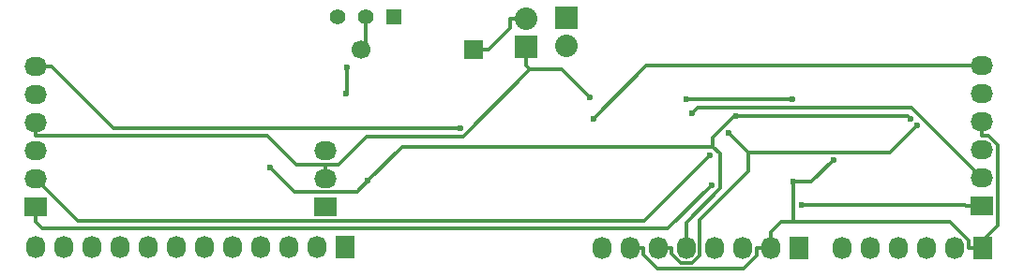
<source format=gbr>
G04 #@! TF.FileFunction,Copper,L2,Bot,Signal*
%FSLAX46Y46*%
G04 Gerber Fmt 4.6, Leading zero omitted, Abs format (unit mm)*
G04 Created by KiCad (PCBNEW 4.0.2-stable) date viernes, 29 '29e' abril '29e' 2016, 11:45:47*
%MOMM*%
G01*
G04 APERTURE LIST*
%ADD10C,0.100000*%
%ADD11R,2.032000X2.032000*%
%ADD12O,2.032000X2.032000*%
%ADD13R,2.032000X1.727200*%
%ADD14O,2.032000X1.727200*%
%ADD15R,1.727200X2.032000*%
%ADD16O,1.727200X2.032000*%
%ADD17R,1.397000X1.397000*%
%ADD18C,1.397000*%
%ADD19C,1.699260*%
%ADD20R,1.699260X1.699260*%
%ADD21C,0.600000*%
%ADD22C,0.300000*%
G04 APERTURE END LIST*
D10*
D11*
X171831000Y-75717400D03*
D12*
X171831000Y-73177400D03*
D13*
X127533000Y-90195400D03*
D14*
X127533000Y-87655400D03*
X127533000Y-85115400D03*
X127533000Y-82575400D03*
X127533000Y-80035400D03*
X127533000Y-77495400D03*
D11*
X175463000Y-73101200D03*
D12*
X175463000Y-75641200D03*
D13*
X212954000Y-90144600D03*
D14*
X212954000Y-87604600D03*
X212954000Y-85064600D03*
X212954000Y-82524600D03*
X212954000Y-79984600D03*
X212954000Y-77444600D03*
D15*
X155499000Y-93802200D03*
D16*
X152959000Y-93802200D03*
X150419000Y-93802200D03*
X147879000Y-93802200D03*
X145339000Y-93802200D03*
X142799000Y-93802200D03*
X140259000Y-93802200D03*
X137719000Y-93802200D03*
X135179000Y-93802200D03*
X132639000Y-93802200D03*
X130099000Y-93802200D03*
X127559000Y-93802200D03*
D13*
X153670000Y-90170000D03*
D14*
X153670000Y-87630000D03*
X153670000Y-85090000D03*
D15*
X196418000Y-93878400D03*
D16*
X193878000Y-93878400D03*
X191338000Y-93878400D03*
X188798000Y-93878400D03*
X186258000Y-93878400D03*
X183718000Y-93878400D03*
X181178000Y-93878400D03*
X178638000Y-93878400D03*
D15*
X213004000Y-93878400D03*
D16*
X210464000Y-93878400D03*
X207924000Y-93878400D03*
X205384000Y-93878400D03*
X202844000Y-93878400D03*
X200304000Y-93878400D03*
D17*
X159893000Y-72974200D03*
D18*
X157353000Y-72974200D03*
X154813000Y-72974200D03*
D19*
X156946480Y-75948540D03*
D20*
X167106480Y-75948540D03*
D21*
X199556500Y-85925700D03*
X177565000Y-80289100D03*
X195933800Y-87934000D03*
X188552200Y-88208000D03*
X188393100Y-85553000D03*
X165857600Y-83046800D03*
X196720500Y-90054600D03*
X186818700Y-81721800D03*
X177898100Y-82204100D03*
X157539500Y-87848700D03*
X148718200Y-86665500D03*
X190743200Y-82000500D03*
X206542300Y-82271500D03*
X207111700Y-82839700D03*
X190131300Y-83482900D03*
X155594000Y-79930400D03*
X155665500Y-77577700D03*
X186308800Y-80483700D03*
X195818400Y-80488900D03*
D22*
X195933800Y-87934000D02*
X197548200Y-87934000D01*
X197548200Y-87934000D02*
X199556500Y-85925700D01*
X193878000Y-93878400D02*
X193878000Y-92512100D01*
X192664100Y-94574000D02*
X192664100Y-93878400D01*
X191445200Y-95792900D02*
X192664100Y-94574000D01*
X183699400Y-95792900D02*
X191445200Y-95792900D01*
X182391900Y-94485400D02*
X183699400Y-95792900D01*
X182391900Y-93878400D02*
X182391900Y-94485400D01*
X181178000Y-93878400D02*
X182391900Y-93878400D01*
X193878000Y-93878400D02*
X192664100Y-93878400D01*
X171831000Y-75717400D02*
X171831000Y-77083700D01*
X194824900Y-91565200D02*
X195933800Y-91565200D01*
X193878000Y-92512100D02*
X194824900Y-91565200D01*
X195933800Y-91565200D02*
X195933800Y-87934000D01*
X211790100Y-93271500D02*
X211790100Y-93878400D01*
X210083800Y-91565200D02*
X211790100Y-93271500D01*
X195933800Y-91565200D02*
X210083800Y-91565200D01*
X213004000Y-93878400D02*
X212397100Y-93878400D01*
X212397100Y-93878400D02*
X211790100Y-93878400D01*
X213527500Y-83738500D02*
X212954000Y-83738500D01*
X214421300Y-84632300D02*
X213527500Y-83738500D01*
X214421300Y-91854200D02*
X214421300Y-84632300D01*
X212397100Y-93878400D02*
X214421300Y-91854200D01*
X212954000Y-82524600D02*
X212954000Y-83738500D01*
X153670000Y-87630000D02*
X153670000Y-86416100D01*
X154883900Y-86416100D02*
X153670000Y-86416100D01*
X157449000Y-83851000D02*
X154883900Y-86416100D01*
X166118600Y-83851000D02*
X157449000Y-83851000D01*
X172193900Y-77775700D02*
X166118600Y-83851000D01*
X175051600Y-77775700D02*
X172193900Y-77775700D01*
X177565000Y-80289100D02*
X175051600Y-77775700D01*
X171831000Y-77412800D02*
X171831000Y-77083700D01*
X172193900Y-77775700D02*
X171831000Y-77412800D01*
X151066500Y-86416100D02*
X153670000Y-86416100D01*
X148439700Y-83789300D02*
X151066500Y-86416100D01*
X127533000Y-83789300D02*
X148439700Y-83789300D01*
X127533000Y-82575400D02*
X127533000Y-83789300D01*
X128158800Y-92135100D02*
X127533000Y-91509300D01*
X184625100Y-92135100D02*
X128158800Y-92135100D01*
X188552200Y-88208000D02*
X184625100Y-92135100D01*
X127533000Y-90195400D02*
X127533000Y-91509300D01*
X131361600Y-91484000D02*
X127533000Y-87655400D01*
X182462100Y-91484000D02*
X131361600Y-91484000D01*
X188393100Y-85553000D02*
X182462100Y-91484000D01*
X127533000Y-77495400D02*
X128999300Y-77495400D01*
X134550700Y-83046800D02*
X128999300Y-77495400D01*
X165857600Y-83046800D02*
X134550700Y-83046800D01*
X211397700Y-90054600D02*
X196720500Y-90054600D01*
X211487700Y-90144600D02*
X211397700Y-90054600D01*
X212954000Y-90144600D02*
X211487700Y-90144600D01*
X206588900Y-81239500D02*
X212954000Y-87604600D01*
X187301000Y-81239500D02*
X206588900Y-81239500D01*
X186818700Y-81721800D02*
X187301000Y-81239500D01*
X212954000Y-77444600D02*
X211487700Y-77444600D01*
X182657600Y-77444600D02*
X211487700Y-77444600D01*
X177898100Y-82204100D02*
X182657600Y-77444600D01*
X156532200Y-88856000D02*
X157539500Y-87848700D01*
X150908700Y-88856000D02*
X156532200Y-88856000D01*
X148718200Y-86665500D02*
X150908700Y-88856000D01*
X160620500Y-84767700D02*
X188696300Y-84767700D01*
X157539500Y-87848700D02*
X160620500Y-84767700D01*
X186258000Y-91589000D02*
X186258000Y-93878400D01*
X189323900Y-88523100D02*
X186258000Y-91589000D01*
X189323900Y-85395300D02*
X189323900Y-88523100D01*
X188696300Y-84767700D02*
X189323900Y-85395300D01*
X190632100Y-82000500D02*
X190743200Y-82000500D01*
X188696300Y-83936300D02*
X190632100Y-82000500D01*
X188696300Y-84767700D02*
X188696300Y-83936300D01*
X206271300Y-82000500D02*
X206542300Y-82271500D01*
X190743200Y-82000500D02*
X206271300Y-82000500D01*
X183718000Y-93878400D02*
X184931900Y-93878400D01*
X191907800Y-86939800D02*
X191907800Y-85259400D01*
X187478000Y-91369600D02*
X191907800Y-86939800D01*
X187478000Y-94583300D02*
X187478000Y-91369600D01*
X186768800Y-95292500D02*
X187478000Y-94583300D01*
X185772500Y-95292500D02*
X186768800Y-95292500D01*
X184931900Y-94451900D02*
X185772500Y-95292500D01*
X184931900Y-93878400D02*
X184931900Y-94451900D01*
X191907800Y-85259400D02*
X190131300Y-83482900D01*
X204692000Y-85259400D02*
X207111700Y-82839700D01*
X191907800Y-85259400D02*
X204692000Y-85259400D01*
X155665500Y-79858900D02*
X155594000Y-79930400D01*
X155665500Y-77577700D02*
X155665500Y-79858900D01*
X186308800Y-80483700D02*
X195813200Y-80483700D01*
X195813200Y-80483700D02*
X195818400Y-80488900D01*
X157353000Y-75542000D02*
X157353000Y-72974200D01*
X156946500Y-75948500D02*
X157353000Y-75542000D01*
X170364700Y-73990200D02*
X170364700Y-73177400D01*
X168406400Y-75948500D02*
X170364700Y-73990200D01*
X167106500Y-75948500D02*
X168406400Y-75948500D01*
X171831000Y-73177400D02*
X170364700Y-73177400D01*
M02*

</source>
